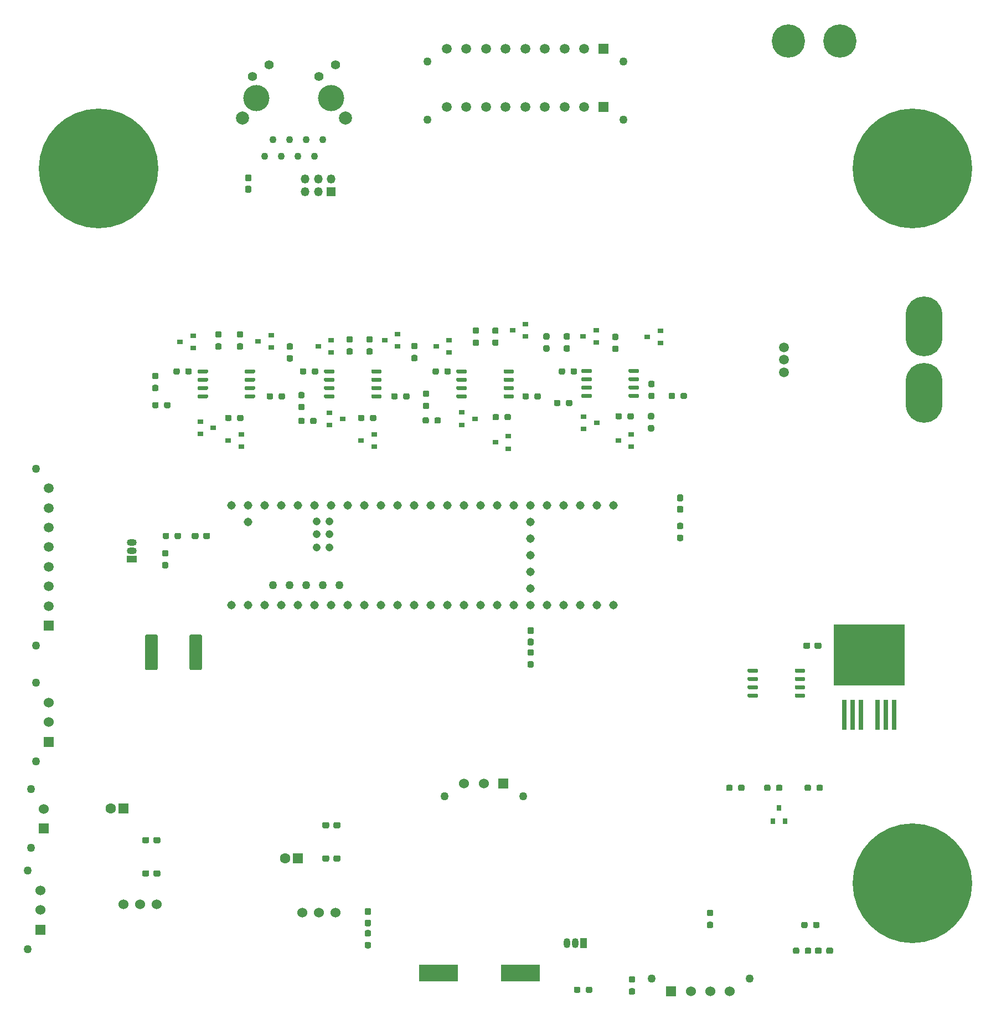
<source format=gbr>
%TF.GenerationSoftware,KiCad,Pcbnew,(5.1.10)-1*%
%TF.CreationDate,2021-12-10T12:48:03-06:00*%
%TF.ProjectId,BMS_2022_Rev1,424d535f-3230-4323-925f-526576312e6b,rev?*%
%TF.SameCoordinates,Original*%
%TF.FileFunction,Soldermask,Top*%
%TF.FilePolarity,Negative*%
%FSLAX46Y46*%
G04 Gerber Fmt 4.6, Leading zero omitted, Abs format (unit mm)*
G04 Created by KiCad (PCBNEW (5.1.10)-1) date 2021-12-10 12:48:03*
%MOMM*%
%LPD*%
G01*
G04 APERTURE LIST*
%ADD10R,1.530000X1.530000*%
%ADD11C,1.530000*%
%ADD12C,1.270000*%
%ADD13C,1.100000*%
%ADD14C,4.000000*%
%ADD15C,1.400000*%
%ADD16C,2.000000*%
%ADD17C,1.520000*%
%ADD18R,1.520000X1.520000*%
%ADD19C,1.308000*%
%ADD20C,1.258000*%
%ADD21C,1.208000*%
%ADD22R,0.800000X0.900000*%
%ADD23C,18.288000*%
%ADD24O,5.588000X9.144000*%
%ADD25C,1.501140*%
%ADD26C,1.524000*%
%ADD27R,10.800000X9.400000*%
%ADD28R,0.800000X4.600000*%
%ADD29R,1.050000X1.500000*%
%ADD30O,1.050000X1.500000*%
%ADD31O,1.350000X1.350000*%
%ADD32R,1.350000X1.350000*%
%ADD33R,6.000000X2.500000*%
%ADD34R,0.900000X0.800000*%
%ADD35O,1.500000X1.050000*%
%ADD36R,1.500000X1.050000*%
%ADD37C,1.600000*%
%ADD38R,1.600000X1.600000*%
%ADD39C,5.080000*%
G04 APERTURE END LIST*
D10*
%TO.C,SW2*%
X35560000Y-134569200D03*
D11*
X35560000Y-131572000D03*
D12*
X33604200Y-137566400D03*
X33604200Y-125577600D03*
D11*
X35560000Y-128574800D03*
%TD*%
D10*
%TO.C,Conn5*%
X34798000Y-147802600D03*
D11*
X34798000Y-144805400D03*
D12*
X32842200Y-150799800D03*
X32842200Y-141808200D03*
%TD*%
%TO.C,U6*%
G36*
G01*
X58294000Y-78128000D02*
X58294000Y-77828000D01*
G75*
G02*
X58444000Y-77678000I150000J0D01*
G01*
X59744000Y-77678000D01*
G75*
G02*
X59894000Y-77828000I0J-150000D01*
G01*
X59894000Y-78128000D01*
G75*
G02*
X59744000Y-78278000I-150000J0D01*
G01*
X58444000Y-78278000D01*
G75*
G02*
X58294000Y-78128000I0J150000D01*
G01*
G37*
G36*
G01*
X58294000Y-79398000D02*
X58294000Y-79098000D01*
G75*
G02*
X58444000Y-78948000I150000J0D01*
G01*
X59744000Y-78948000D01*
G75*
G02*
X59894000Y-79098000I0J-150000D01*
G01*
X59894000Y-79398000D01*
G75*
G02*
X59744000Y-79548000I-150000J0D01*
G01*
X58444000Y-79548000D01*
G75*
G02*
X58294000Y-79398000I0J150000D01*
G01*
G37*
G36*
G01*
X58294000Y-80668000D02*
X58294000Y-80368000D01*
G75*
G02*
X58444000Y-80218000I150000J0D01*
G01*
X59744000Y-80218000D01*
G75*
G02*
X59894000Y-80368000I0J-150000D01*
G01*
X59894000Y-80668000D01*
G75*
G02*
X59744000Y-80818000I-150000J0D01*
G01*
X58444000Y-80818000D01*
G75*
G02*
X58294000Y-80668000I0J150000D01*
G01*
G37*
G36*
G01*
X58294000Y-81938000D02*
X58294000Y-81638000D01*
G75*
G02*
X58444000Y-81488000I150000J0D01*
G01*
X59744000Y-81488000D01*
G75*
G02*
X59894000Y-81638000I0J-150000D01*
G01*
X59894000Y-81938000D01*
G75*
G02*
X59744000Y-82088000I-150000J0D01*
G01*
X58444000Y-82088000D01*
G75*
G02*
X58294000Y-81938000I0J150000D01*
G01*
G37*
G36*
G01*
X65494000Y-81938000D02*
X65494000Y-81638000D01*
G75*
G02*
X65644000Y-81488000I150000J0D01*
G01*
X66944000Y-81488000D01*
G75*
G02*
X67094000Y-81638000I0J-150000D01*
G01*
X67094000Y-81938000D01*
G75*
G02*
X66944000Y-82088000I-150000J0D01*
G01*
X65644000Y-82088000D01*
G75*
G02*
X65494000Y-81938000I0J150000D01*
G01*
G37*
G36*
G01*
X65494000Y-80668000D02*
X65494000Y-80368000D01*
G75*
G02*
X65644000Y-80218000I150000J0D01*
G01*
X66944000Y-80218000D01*
G75*
G02*
X67094000Y-80368000I0J-150000D01*
G01*
X67094000Y-80668000D01*
G75*
G02*
X66944000Y-80818000I-150000J0D01*
G01*
X65644000Y-80818000D01*
G75*
G02*
X65494000Y-80668000I0J150000D01*
G01*
G37*
G36*
G01*
X65494000Y-79398000D02*
X65494000Y-79098000D01*
G75*
G02*
X65644000Y-78948000I150000J0D01*
G01*
X66944000Y-78948000D01*
G75*
G02*
X67094000Y-79098000I0J-150000D01*
G01*
X67094000Y-79398000D01*
G75*
G02*
X66944000Y-79548000I-150000J0D01*
G01*
X65644000Y-79548000D01*
G75*
G02*
X65494000Y-79398000I0J150000D01*
G01*
G37*
G36*
G01*
X65494000Y-78128000D02*
X65494000Y-77828000D01*
G75*
G02*
X65644000Y-77678000I150000J0D01*
G01*
X66944000Y-77678000D01*
G75*
G02*
X67094000Y-77828000I0J-150000D01*
G01*
X67094000Y-78128000D01*
G75*
G02*
X66944000Y-78278000I-150000J0D01*
G01*
X65644000Y-78278000D01*
G75*
G02*
X65494000Y-78128000I0J150000D01*
G01*
G37*
%TD*%
D13*
%TO.C,J4*%
X68580000Y-45131000D03*
X71120000Y-45131000D03*
X73660000Y-45131000D03*
X76200000Y-45131000D03*
X69850000Y-42591000D03*
X72390000Y-42591000D03*
X74930000Y-42591000D03*
X77470000Y-42591000D03*
D14*
X67310000Y-36241000D03*
X78740000Y-36241000D03*
D15*
X69240000Y-31161000D03*
X76810000Y-32951000D03*
X66700000Y-32951000D03*
X79350000Y-31161000D03*
D16*
X80900000Y-39291000D03*
X65150000Y-39291000D03*
%TD*%
D12*
%TO.C,Conn3*%
X93396060Y-30662000D03*
X123395999Y-30662000D03*
D17*
X96396007Y-28702000D03*
X99396006Y-28702000D03*
X102396006Y-28702000D03*
X105396005Y-28702000D03*
X108396004Y-28702000D03*
X111396003Y-28702000D03*
X114396002Y-28702000D03*
X117396001Y-28702000D03*
D18*
X120396000Y-28702000D03*
%TD*%
D12*
%TO.C,Conn2*%
X93396060Y-39552000D03*
X123395999Y-39552000D03*
D17*
X96396007Y-37592000D03*
X99396006Y-37592000D03*
X102396006Y-37592000D03*
X105396005Y-37592000D03*
X108396004Y-37592000D03*
X111396003Y-37592000D03*
X114396002Y-37592000D03*
X117396001Y-37592000D03*
D18*
X120396000Y-37592000D03*
%TD*%
%TO.C,C8*%
G36*
G01*
X65802500Y-47876000D02*
X66277500Y-47876000D01*
G75*
G02*
X66515000Y-48113500I0J-237500D01*
G01*
X66515000Y-48713500D01*
G75*
G02*
X66277500Y-48951000I-237500J0D01*
G01*
X65802500Y-48951000D01*
G75*
G02*
X65565000Y-48713500I0J237500D01*
G01*
X65565000Y-48113500D01*
G75*
G02*
X65802500Y-47876000I237500J0D01*
G01*
G37*
G36*
G01*
X65802500Y-49601000D02*
X66277500Y-49601000D01*
G75*
G02*
X66515000Y-49838500I0J-237500D01*
G01*
X66515000Y-50438500D01*
G75*
G02*
X66277500Y-50676000I-237500J0D01*
G01*
X65802500Y-50676000D01*
G75*
G02*
X65565000Y-50438500I0J237500D01*
G01*
X65565000Y-49838500D01*
G75*
G02*
X65802500Y-49601000I237500J0D01*
G01*
G37*
%TD*%
D11*
%TO.C,J2*%
X34290000Y-157276800D03*
D12*
X32334200Y-154279600D03*
X32334200Y-166268400D03*
D11*
X34290000Y-160274000D03*
D10*
X34290000Y-163271200D03*
%TD*%
D19*
%TO.C,U1*%
X101600000Y-98425000D03*
X104140000Y-98425000D03*
X106680000Y-98425000D03*
X109220000Y-98425000D03*
X111760000Y-98425000D03*
X114300000Y-98425000D03*
X116840000Y-98425000D03*
X119380000Y-98425000D03*
X121920000Y-98425000D03*
X121920000Y-113665000D03*
X119380000Y-113665000D03*
X116840000Y-113665000D03*
X114300000Y-113665000D03*
X111760000Y-113665000D03*
X109220000Y-113665000D03*
X106680000Y-113665000D03*
X104140000Y-113665000D03*
X101600000Y-113665000D03*
X63500000Y-98425000D03*
X66040000Y-98425000D03*
X68580000Y-98425000D03*
X71120000Y-98425000D03*
X73660000Y-98425000D03*
X76200000Y-98425000D03*
X78740000Y-98425000D03*
X81280000Y-98425000D03*
X83820000Y-98425000D03*
X86360000Y-98425000D03*
X88900000Y-98425000D03*
X91440000Y-98425000D03*
X93980000Y-98425000D03*
X96520000Y-98425000D03*
X99060000Y-113665000D03*
X96520000Y-113665000D03*
X93980000Y-113665000D03*
X91440000Y-113665000D03*
X88900000Y-113665000D03*
X86360000Y-113665000D03*
X83820000Y-113665000D03*
X81280000Y-113665000D03*
X78740000Y-113665000D03*
X76200000Y-113665000D03*
X73660000Y-113665000D03*
X71120000Y-113665000D03*
X68580000Y-113665000D03*
D20*
X80010000Y-110615000D03*
X77470000Y-110615000D03*
X74930000Y-110615000D03*
X72390000Y-110615000D03*
X69850000Y-110615000D03*
D21*
X76470000Y-104875000D03*
X76470000Y-102875000D03*
X78470000Y-104875000D03*
X78470000Y-102875000D03*
X76470000Y-100875000D03*
X78470000Y-100875000D03*
D19*
X99060000Y-98425000D03*
X109220000Y-103505000D03*
X66040000Y-100965000D03*
X109220000Y-100965000D03*
X109220000Y-106045000D03*
X109220000Y-108585000D03*
X109220000Y-111125000D03*
X66040000Y-113665000D03*
X63500000Y-113665000D03*
%TD*%
D22*
%TO.C,D3*%
X147193000Y-144716500D03*
X148143000Y-146716500D03*
X146243000Y-146716500D03*
%TD*%
D23*
%TO.C,V3*%
X167640000Y-156210000D03*
%TD*%
%TO.C,R10*%
G36*
G01*
X152085500Y-141367500D02*
X152085500Y-141842500D01*
G75*
G02*
X151848000Y-142080000I-237500J0D01*
G01*
X151348000Y-142080000D01*
G75*
G02*
X151110500Y-141842500I0J237500D01*
G01*
X151110500Y-141367500D01*
G75*
G02*
X151348000Y-141130000I237500J0D01*
G01*
X151848000Y-141130000D01*
G75*
G02*
X152085500Y-141367500I0J-237500D01*
G01*
G37*
G36*
G01*
X153910500Y-141367500D02*
X153910500Y-141842500D01*
G75*
G02*
X153673000Y-142080000I-237500J0D01*
G01*
X153173000Y-142080000D01*
G75*
G02*
X152935500Y-141842500I0J237500D01*
G01*
X152935500Y-141367500D01*
G75*
G02*
X153173000Y-141130000I237500J0D01*
G01*
X153673000Y-141130000D01*
G75*
G02*
X153910500Y-141367500I0J-237500D01*
G01*
G37*
%TD*%
%TO.C,C4*%
G36*
G01*
X78415000Y-147082500D02*
X78415000Y-147557500D01*
G75*
G02*
X78177500Y-147795000I-237500J0D01*
G01*
X77577500Y-147795000D01*
G75*
G02*
X77340000Y-147557500I0J237500D01*
G01*
X77340000Y-147082500D01*
G75*
G02*
X77577500Y-146845000I237500J0D01*
G01*
X78177500Y-146845000D01*
G75*
G02*
X78415000Y-147082500I0J-237500D01*
G01*
G37*
G36*
G01*
X80140000Y-147082500D02*
X80140000Y-147557500D01*
G75*
G02*
X79902500Y-147795000I-237500J0D01*
G01*
X79302500Y-147795000D01*
G75*
G02*
X79065000Y-147557500I0J237500D01*
G01*
X79065000Y-147082500D01*
G75*
G02*
X79302500Y-146845000I237500J0D01*
G01*
X79902500Y-146845000D01*
G75*
G02*
X80140000Y-147082500I0J-237500D01*
G01*
G37*
%TD*%
%TO.C,F1*%
G36*
G01*
X57035000Y-123379001D02*
X57035000Y-118428999D01*
G75*
G02*
X57284999Y-118179000I249999J0D01*
G01*
X58710001Y-118179000D01*
G75*
G02*
X58960000Y-118428999I0J-249999D01*
G01*
X58960000Y-123379001D01*
G75*
G02*
X58710001Y-123629000I-249999J0D01*
G01*
X57284999Y-123629000D01*
G75*
G02*
X57035000Y-123379001I0J249999D01*
G01*
G37*
G36*
G01*
X50260000Y-123379001D02*
X50260000Y-118428999D01*
G75*
G02*
X50509999Y-118179000I249999J0D01*
G01*
X51935001Y-118179000D01*
G75*
G02*
X52185000Y-118428999I0J-249999D01*
G01*
X52185000Y-123379001D01*
G75*
G02*
X51935001Y-123629000I-249999J0D01*
G01*
X50509999Y-123629000D01*
G75*
G02*
X50260000Y-123379001I0J249999D01*
G01*
G37*
%TD*%
%TO.C,V2*%
X167640000Y-46990000D03*
%TD*%
%TO.C,V1*%
X43180000Y-46990000D03*
%TD*%
D24*
%TO.C,U5*%
X169418000Y-81280000D03*
X169418000Y-71120000D03*
D25*
X147921980Y-76200000D03*
X147921980Y-74289920D03*
X147921980Y-78110080D03*
%TD*%
D26*
%TO.C,U4*%
X79375000Y-160655000D03*
X76835000Y-160655000D03*
X74295000Y-160655000D03*
%TD*%
%TO.C,U3*%
G36*
G01*
X149612000Y-123848000D02*
X149612000Y-123548000D01*
G75*
G02*
X149762000Y-123398000I150000J0D01*
G01*
X151062000Y-123398000D01*
G75*
G02*
X151212000Y-123548000I0J-150000D01*
G01*
X151212000Y-123848000D01*
G75*
G02*
X151062000Y-123998000I-150000J0D01*
G01*
X149762000Y-123998000D01*
G75*
G02*
X149612000Y-123848000I0J150000D01*
G01*
G37*
G36*
G01*
X149612000Y-125118000D02*
X149612000Y-124818000D01*
G75*
G02*
X149762000Y-124668000I150000J0D01*
G01*
X151062000Y-124668000D01*
G75*
G02*
X151212000Y-124818000I0J-150000D01*
G01*
X151212000Y-125118000D01*
G75*
G02*
X151062000Y-125268000I-150000J0D01*
G01*
X149762000Y-125268000D01*
G75*
G02*
X149612000Y-125118000I0J150000D01*
G01*
G37*
G36*
G01*
X149612000Y-126388000D02*
X149612000Y-126088000D01*
G75*
G02*
X149762000Y-125938000I150000J0D01*
G01*
X151062000Y-125938000D01*
G75*
G02*
X151212000Y-126088000I0J-150000D01*
G01*
X151212000Y-126388000D01*
G75*
G02*
X151062000Y-126538000I-150000J0D01*
G01*
X149762000Y-126538000D01*
G75*
G02*
X149612000Y-126388000I0J150000D01*
G01*
G37*
G36*
G01*
X149612000Y-127658000D02*
X149612000Y-127358000D01*
G75*
G02*
X149762000Y-127208000I150000J0D01*
G01*
X151062000Y-127208000D01*
G75*
G02*
X151212000Y-127358000I0J-150000D01*
G01*
X151212000Y-127658000D01*
G75*
G02*
X151062000Y-127808000I-150000J0D01*
G01*
X149762000Y-127808000D01*
G75*
G02*
X149612000Y-127658000I0J150000D01*
G01*
G37*
G36*
G01*
X142412000Y-127658000D02*
X142412000Y-127358000D01*
G75*
G02*
X142562000Y-127208000I150000J0D01*
G01*
X143862000Y-127208000D01*
G75*
G02*
X144012000Y-127358000I0J-150000D01*
G01*
X144012000Y-127658000D01*
G75*
G02*
X143862000Y-127808000I-150000J0D01*
G01*
X142562000Y-127808000D01*
G75*
G02*
X142412000Y-127658000I0J150000D01*
G01*
G37*
G36*
G01*
X142412000Y-126388000D02*
X142412000Y-126088000D01*
G75*
G02*
X142562000Y-125938000I150000J0D01*
G01*
X143862000Y-125938000D01*
G75*
G02*
X144012000Y-126088000I0J-150000D01*
G01*
X144012000Y-126388000D01*
G75*
G02*
X143862000Y-126538000I-150000J0D01*
G01*
X142562000Y-126538000D01*
G75*
G02*
X142412000Y-126388000I0J150000D01*
G01*
G37*
G36*
G01*
X142412000Y-125118000D02*
X142412000Y-124818000D01*
G75*
G02*
X142562000Y-124668000I150000J0D01*
G01*
X143862000Y-124668000D01*
G75*
G02*
X144012000Y-124818000I0J-150000D01*
G01*
X144012000Y-125118000D01*
G75*
G02*
X143862000Y-125268000I-150000J0D01*
G01*
X142562000Y-125268000D01*
G75*
G02*
X142412000Y-125118000I0J150000D01*
G01*
G37*
G36*
G01*
X142412000Y-123848000D02*
X142412000Y-123548000D01*
G75*
G02*
X142562000Y-123398000I150000J0D01*
G01*
X143862000Y-123398000D01*
G75*
G02*
X144012000Y-123548000I0J-150000D01*
G01*
X144012000Y-123848000D01*
G75*
G02*
X143862000Y-123998000I-150000J0D01*
G01*
X142562000Y-123998000D01*
G75*
G02*
X142412000Y-123848000I0J150000D01*
G01*
G37*
%TD*%
%TO.C,U2*%
X52070000Y-159385000D03*
X49530000Y-159385000D03*
X46990000Y-159385000D03*
%TD*%
%TO.C,R16*%
G36*
G01*
X140100500Y-141367500D02*
X140100500Y-141842500D01*
G75*
G02*
X139863000Y-142080000I-237500J0D01*
G01*
X139363000Y-142080000D01*
G75*
G02*
X139125500Y-141842500I0J237500D01*
G01*
X139125500Y-141367500D01*
G75*
G02*
X139363000Y-141130000I237500J0D01*
G01*
X139863000Y-141130000D01*
G75*
G02*
X140100500Y-141367500I0J-237500D01*
G01*
G37*
G36*
G01*
X141925500Y-141367500D02*
X141925500Y-141842500D01*
G75*
G02*
X141688000Y-142080000I-237500J0D01*
G01*
X141188000Y-142080000D01*
G75*
G02*
X140950500Y-141842500I0J237500D01*
G01*
X140950500Y-141367500D01*
G75*
G02*
X141188000Y-141130000I237500J0D01*
G01*
X141688000Y-141130000D01*
G75*
G02*
X141925500Y-141367500I0J-237500D01*
G01*
G37*
%TD*%
%TO.C,R15*%
G36*
G01*
X150300500Y-166259500D02*
X150300500Y-166734500D01*
G75*
G02*
X150063000Y-166972000I-237500J0D01*
G01*
X149563000Y-166972000D01*
G75*
G02*
X149325500Y-166734500I0J237500D01*
G01*
X149325500Y-166259500D01*
G75*
G02*
X149563000Y-166022000I237500J0D01*
G01*
X150063000Y-166022000D01*
G75*
G02*
X150300500Y-166259500I0J-237500D01*
G01*
G37*
G36*
G01*
X152125500Y-166259500D02*
X152125500Y-166734500D01*
G75*
G02*
X151888000Y-166972000I-237500J0D01*
G01*
X151388000Y-166972000D01*
G75*
G02*
X151150500Y-166734500I0J237500D01*
G01*
X151150500Y-166259500D01*
G75*
G02*
X151388000Y-166022000I237500J0D01*
G01*
X151888000Y-166022000D01*
G75*
G02*
X152125500Y-166259500I0J-237500D01*
G01*
G37*
%TD*%
%TO.C,R14*%
G36*
G01*
X131842500Y-102937500D02*
X132317500Y-102937500D01*
G75*
G02*
X132555000Y-103175000I0J-237500D01*
G01*
X132555000Y-103675000D01*
G75*
G02*
X132317500Y-103912500I-237500J0D01*
G01*
X131842500Y-103912500D01*
G75*
G02*
X131605000Y-103675000I0J237500D01*
G01*
X131605000Y-103175000D01*
G75*
G02*
X131842500Y-102937500I237500J0D01*
G01*
G37*
G36*
G01*
X131842500Y-101112500D02*
X132317500Y-101112500D01*
G75*
G02*
X132555000Y-101350000I0J-237500D01*
G01*
X132555000Y-101850000D01*
G75*
G02*
X132317500Y-102087500I-237500J0D01*
G01*
X131842500Y-102087500D01*
G75*
G02*
X131605000Y-101850000I0J237500D01*
G01*
X131605000Y-101350000D01*
G75*
G02*
X131842500Y-101112500I237500J0D01*
G01*
G37*
%TD*%
%TO.C,R13*%
G36*
G01*
X108982500Y-122258000D02*
X109457500Y-122258000D01*
G75*
G02*
X109695000Y-122495500I0J-237500D01*
G01*
X109695000Y-122995500D01*
G75*
G02*
X109457500Y-123233000I-237500J0D01*
G01*
X108982500Y-123233000D01*
G75*
G02*
X108745000Y-122995500I0J237500D01*
G01*
X108745000Y-122495500D01*
G75*
G02*
X108982500Y-122258000I237500J0D01*
G01*
G37*
G36*
G01*
X108982500Y-120433000D02*
X109457500Y-120433000D01*
G75*
G02*
X109695000Y-120670500I0J-237500D01*
G01*
X109695000Y-121170500D01*
G75*
G02*
X109457500Y-121408000I-237500J0D01*
G01*
X108982500Y-121408000D01*
G75*
G02*
X108745000Y-121170500I0J237500D01*
G01*
X108745000Y-120670500D01*
G75*
G02*
X108982500Y-120433000I237500J0D01*
G01*
G37*
%TD*%
%TO.C,R12*%
G36*
G01*
X84090500Y-165167500D02*
X84565500Y-165167500D01*
G75*
G02*
X84803000Y-165405000I0J-237500D01*
G01*
X84803000Y-165905000D01*
G75*
G02*
X84565500Y-166142500I-237500J0D01*
G01*
X84090500Y-166142500D01*
G75*
G02*
X83853000Y-165905000I0J237500D01*
G01*
X83853000Y-165405000D01*
G75*
G02*
X84090500Y-165167500I237500J0D01*
G01*
G37*
G36*
G01*
X84090500Y-163342500D02*
X84565500Y-163342500D01*
G75*
G02*
X84803000Y-163580000I0J-237500D01*
G01*
X84803000Y-164080000D01*
G75*
G02*
X84565500Y-164317500I-237500J0D01*
G01*
X84090500Y-164317500D01*
G75*
G02*
X83853000Y-164080000I0J237500D01*
G01*
X83853000Y-163580000D01*
G75*
G02*
X84090500Y-163342500I237500J0D01*
G01*
G37*
%TD*%
%TO.C,R11*%
G36*
G01*
X145895500Y-141367500D02*
X145895500Y-141842500D01*
G75*
G02*
X145658000Y-142080000I-237500J0D01*
G01*
X145158000Y-142080000D01*
G75*
G02*
X144920500Y-141842500I0J237500D01*
G01*
X144920500Y-141367500D01*
G75*
G02*
X145158000Y-141130000I237500J0D01*
G01*
X145658000Y-141130000D01*
G75*
G02*
X145895500Y-141367500I0J-237500D01*
G01*
G37*
G36*
G01*
X147720500Y-141367500D02*
X147720500Y-141842500D01*
G75*
G02*
X147483000Y-142080000I-237500J0D01*
G01*
X146983000Y-142080000D01*
G75*
G02*
X146745500Y-141842500I0J237500D01*
G01*
X146745500Y-141367500D01*
G75*
G02*
X146983000Y-141130000I237500J0D01*
G01*
X147483000Y-141130000D01*
G75*
G02*
X147720500Y-141367500I0J-237500D01*
G01*
G37*
%TD*%
%TO.C,R5*%
G36*
G01*
X117669500Y-172703500D02*
X117669500Y-172228500D01*
G75*
G02*
X117907000Y-171991000I237500J0D01*
G01*
X118407000Y-171991000D01*
G75*
G02*
X118644500Y-172228500I0J-237500D01*
G01*
X118644500Y-172703500D01*
G75*
G02*
X118407000Y-172941000I-237500J0D01*
G01*
X117907000Y-172941000D01*
G75*
G02*
X117669500Y-172703500I0J237500D01*
G01*
G37*
G36*
G01*
X115844500Y-172703500D02*
X115844500Y-172228500D01*
G75*
G02*
X116082000Y-171991000I237500J0D01*
G01*
X116582000Y-171991000D01*
G75*
G02*
X116819500Y-172228500I0J-237500D01*
G01*
X116819500Y-172703500D01*
G75*
G02*
X116582000Y-172941000I-237500J0D01*
G01*
X116082000Y-172941000D01*
G75*
G02*
X115844500Y-172703500I0J237500D01*
G01*
G37*
%TD*%
%TO.C,R4*%
G36*
G01*
X136889500Y-161222500D02*
X136414500Y-161222500D01*
G75*
G02*
X136177000Y-160985000I0J237500D01*
G01*
X136177000Y-160485000D01*
G75*
G02*
X136414500Y-160247500I237500J0D01*
G01*
X136889500Y-160247500D01*
G75*
G02*
X137127000Y-160485000I0J-237500D01*
G01*
X137127000Y-160985000D01*
G75*
G02*
X136889500Y-161222500I-237500J0D01*
G01*
G37*
G36*
G01*
X136889500Y-163047500D02*
X136414500Y-163047500D01*
G75*
G02*
X136177000Y-162810000I0J237500D01*
G01*
X136177000Y-162310000D01*
G75*
G02*
X136414500Y-162072500I237500J0D01*
G01*
X136889500Y-162072500D01*
G75*
G02*
X137127000Y-162310000I0J-237500D01*
G01*
X137127000Y-162810000D01*
G75*
G02*
X136889500Y-163047500I-237500J0D01*
G01*
G37*
%TD*%
%TO.C,R2*%
G36*
G01*
X152420500Y-162797500D02*
X152420500Y-162322500D01*
G75*
G02*
X152658000Y-162085000I237500J0D01*
G01*
X153158000Y-162085000D01*
G75*
G02*
X153395500Y-162322500I0J-237500D01*
G01*
X153395500Y-162797500D01*
G75*
G02*
X153158000Y-163035000I-237500J0D01*
G01*
X152658000Y-163035000D01*
G75*
G02*
X152420500Y-162797500I0J237500D01*
G01*
G37*
G36*
G01*
X150595500Y-162797500D02*
X150595500Y-162322500D01*
G75*
G02*
X150833000Y-162085000I237500J0D01*
G01*
X151333000Y-162085000D01*
G75*
G02*
X151570500Y-162322500I0J-237500D01*
G01*
X151570500Y-162797500D01*
G75*
G02*
X151333000Y-163035000I-237500J0D01*
G01*
X150833000Y-163035000D01*
G75*
G02*
X150595500Y-162797500I0J237500D01*
G01*
G37*
%TD*%
%TO.C,R1*%
G36*
G01*
X124951500Y-171382500D02*
X124476500Y-171382500D01*
G75*
G02*
X124239000Y-171145000I0J237500D01*
G01*
X124239000Y-170645000D01*
G75*
G02*
X124476500Y-170407500I237500J0D01*
G01*
X124951500Y-170407500D01*
G75*
G02*
X125189000Y-170645000I0J-237500D01*
G01*
X125189000Y-171145000D01*
G75*
G02*
X124951500Y-171382500I-237500J0D01*
G01*
G37*
G36*
G01*
X124951500Y-173207500D02*
X124476500Y-173207500D01*
G75*
G02*
X124239000Y-172970000I0J237500D01*
G01*
X124239000Y-172470000D01*
G75*
G02*
X124476500Y-172232500I237500J0D01*
G01*
X124951500Y-172232500D01*
G75*
G02*
X125189000Y-172470000I0J-237500D01*
G01*
X125189000Y-172970000D01*
G75*
G02*
X124951500Y-173207500I-237500J0D01*
G01*
G37*
%TD*%
D27*
%TO.C,Q4*%
X161036000Y-121339000D03*
D28*
X164846000Y-130489000D03*
X163576000Y-130489000D03*
X162306000Y-130489000D03*
X159766000Y-130489000D03*
X158496000Y-130489000D03*
X157226000Y-130489000D03*
%TD*%
D29*
%TO.C,Q1*%
X117348000Y-165354000D03*
D30*
X114808000Y-165354000D03*
X116078000Y-165354000D03*
%TD*%
D31*
%TO.C,J5*%
X74740000Y-48546000D03*
X74740000Y-50546000D03*
X76740000Y-48546000D03*
X76740000Y-50546000D03*
X78740000Y-48546000D03*
D32*
X78740000Y-50546000D03*
%TD*%
D11*
%TO.C,J3*%
X139700000Y-172720000D03*
X136702800Y-172720000D03*
D12*
X142709900Y-170764200D03*
X127698500Y-170764200D03*
D11*
X133705600Y-172720000D03*
D10*
X130708400Y-172720000D03*
%TD*%
D11*
%TO.C,J1*%
X99060000Y-140970000D03*
D12*
X96062800Y-142925800D03*
X108051600Y-142925800D03*
D11*
X102057200Y-140970000D03*
D10*
X105054400Y-140970000D03*
%TD*%
D18*
%TO.C,Conn1*%
X35560000Y-116840000D03*
D17*
X35560000Y-113840001D03*
X35560000Y-110840002D03*
X35560000Y-107840003D03*
X35560000Y-104840004D03*
X35560000Y-101840005D03*
X35560000Y-98840006D03*
X35560000Y-95840006D03*
D12*
X33600000Y-119839999D03*
X33600000Y-92840053D03*
%TD*%
%TO.C,C7*%
G36*
G01*
X50882500Y-154448500D02*
X50882500Y-154923500D01*
G75*
G02*
X50645000Y-155161000I-237500J0D01*
G01*
X50045000Y-155161000D01*
G75*
G02*
X49807500Y-154923500I0J237500D01*
G01*
X49807500Y-154448500D01*
G75*
G02*
X50045000Y-154211000I237500J0D01*
G01*
X50645000Y-154211000D01*
G75*
G02*
X50882500Y-154448500I0J-237500D01*
G01*
G37*
G36*
G01*
X52607500Y-154448500D02*
X52607500Y-154923500D01*
G75*
G02*
X52370000Y-155161000I-237500J0D01*
G01*
X51770000Y-155161000D01*
G75*
G02*
X51532500Y-154923500I0J237500D01*
G01*
X51532500Y-154448500D01*
G75*
G02*
X51770000Y-154211000I237500J0D01*
G01*
X52370000Y-154211000D01*
G75*
G02*
X52607500Y-154448500I0J-237500D01*
G01*
G37*
%TD*%
%TO.C,C6*%
G36*
G01*
X50882500Y-149368500D02*
X50882500Y-149843500D01*
G75*
G02*
X50645000Y-150081000I-237500J0D01*
G01*
X50045000Y-150081000D01*
G75*
G02*
X49807500Y-149843500I0J237500D01*
G01*
X49807500Y-149368500D01*
G75*
G02*
X50045000Y-149131000I237500J0D01*
G01*
X50645000Y-149131000D01*
G75*
G02*
X50882500Y-149368500I0J-237500D01*
G01*
G37*
G36*
G01*
X52607500Y-149368500D02*
X52607500Y-149843500D01*
G75*
G02*
X52370000Y-150081000I-237500J0D01*
G01*
X51770000Y-150081000D01*
G75*
G02*
X51532500Y-149843500I0J237500D01*
G01*
X51532500Y-149368500D01*
G75*
G02*
X51770000Y-149131000I237500J0D01*
G01*
X52370000Y-149131000D01*
G75*
G02*
X52607500Y-149368500I0J-237500D01*
G01*
G37*
%TD*%
%TO.C,C3*%
G36*
G01*
X78415000Y-152162500D02*
X78415000Y-152637500D01*
G75*
G02*
X78177500Y-152875000I-237500J0D01*
G01*
X77577500Y-152875000D01*
G75*
G02*
X77340000Y-152637500I0J237500D01*
G01*
X77340000Y-152162500D01*
G75*
G02*
X77577500Y-151925000I237500J0D01*
G01*
X78177500Y-151925000D01*
G75*
G02*
X78415000Y-152162500I0J-237500D01*
G01*
G37*
G36*
G01*
X80140000Y-152162500D02*
X80140000Y-152637500D01*
G75*
G02*
X79902500Y-152875000I-237500J0D01*
G01*
X79302500Y-152875000D01*
G75*
G02*
X79065000Y-152637500I0J237500D01*
G01*
X79065000Y-152162500D01*
G75*
G02*
X79302500Y-151925000I237500J0D01*
G01*
X79902500Y-151925000D01*
G75*
G02*
X80140000Y-152162500I0J-237500D01*
G01*
G37*
%TD*%
%TO.C,C1*%
G36*
G01*
X151974500Y-119650500D02*
X151974500Y-120125500D01*
G75*
G02*
X151737000Y-120363000I-237500J0D01*
G01*
X151137000Y-120363000D01*
G75*
G02*
X150899500Y-120125500I0J237500D01*
G01*
X150899500Y-119650500D01*
G75*
G02*
X151137000Y-119413000I237500J0D01*
G01*
X151737000Y-119413000D01*
G75*
G02*
X151974500Y-119650500I0J-237500D01*
G01*
G37*
G36*
G01*
X153699500Y-119650500D02*
X153699500Y-120125500D01*
G75*
G02*
X153462000Y-120363000I-237500J0D01*
G01*
X152862000Y-120363000D01*
G75*
G02*
X152624500Y-120125500I0J237500D01*
G01*
X152624500Y-119650500D01*
G75*
G02*
X152862000Y-119413000I237500J0D01*
G01*
X153462000Y-119413000D01*
G75*
G02*
X153699500Y-119650500I0J-237500D01*
G01*
G37*
%TD*%
D33*
%TO.C,BZ1*%
X95096000Y-169926000D03*
X107696000Y-169926000D03*
%TD*%
%TO.C,D2*%
G36*
G01*
X57387000Y-103361500D02*
X57387000Y-102886500D01*
G75*
G02*
X57624500Y-102649000I237500J0D01*
G01*
X58199500Y-102649000D01*
G75*
G02*
X58437000Y-102886500I0J-237500D01*
G01*
X58437000Y-103361500D01*
G75*
G02*
X58199500Y-103599000I-237500J0D01*
G01*
X57624500Y-103599000D01*
G75*
G02*
X57387000Y-103361500I0J237500D01*
G01*
G37*
G36*
G01*
X59137000Y-103361500D02*
X59137000Y-102886500D01*
G75*
G02*
X59374500Y-102649000I237500J0D01*
G01*
X59949500Y-102649000D01*
G75*
G02*
X60187000Y-102886500I0J-237500D01*
G01*
X60187000Y-103361500D01*
G75*
G02*
X59949500Y-103599000I-237500J0D01*
G01*
X59374500Y-103599000D01*
G75*
G02*
X59137000Y-103361500I0J237500D01*
G01*
G37*
%TD*%
D34*
%TO.C,D8*%
X55626000Y-73472000D03*
X57626000Y-72522000D03*
X57626000Y-74422000D03*
%TD*%
%TO.C,D9*%
X58706000Y-85664000D03*
X58706000Y-87564000D03*
X60706000Y-86614000D03*
%TD*%
%TO.C,D10*%
X67564000Y-73406000D03*
X69564000Y-72456000D03*
X69564000Y-74356000D03*
%TD*%
%TO.C,D11*%
X64992000Y-89469000D03*
X64992000Y-87569000D03*
X62992000Y-88519000D03*
%TD*%
%TO.C,D12*%
X76724000Y-74168000D03*
X78724000Y-73218000D03*
X78724000Y-75118000D03*
%TD*%
%TO.C,D13*%
X78454500Y-84267000D03*
X78454500Y-86167000D03*
X80454500Y-85217000D03*
%TD*%
%TO.C,D14*%
X88884000Y-74168000D03*
X88884000Y-72268000D03*
X86884000Y-73218000D03*
%TD*%
%TO.C,D15*%
X85312000Y-89469000D03*
X85312000Y-87569000D03*
X83312000Y-88519000D03*
%TD*%
%TO.C,D16*%
X94758000Y-74168000D03*
X96758000Y-73218000D03*
X96758000Y-75118000D03*
%TD*%
%TO.C,D17*%
X98679000Y-84264500D03*
X98679000Y-86164500D03*
X100679000Y-85214500D03*
%TD*%
%TO.C,D18*%
X106458000Y-71691500D03*
X108458000Y-70741500D03*
X108458000Y-72641500D03*
%TD*%
%TO.C,D19*%
X105822500Y-89786500D03*
X105822500Y-87886500D03*
X103822500Y-88836500D03*
%TD*%
%TO.C,D20*%
X119221000Y-73594000D03*
X119221000Y-71694000D03*
X117221000Y-72644000D03*
%TD*%
%TO.C,D21*%
X119316500Y-85852000D03*
X117316500Y-86802000D03*
X117316500Y-84902000D03*
%TD*%
%TO.C,D22*%
X127079500Y-72707500D03*
X129079500Y-71757500D03*
X129079500Y-73657500D03*
%TD*%
%TO.C,D23*%
X122618500Y-88519000D03*
X124618500Y-87569000D03*
X124618500Y-89469000D03*
%TD*%
D35*
%TO.C,Q3*%
X48260000Y-105410000D03*
X48260000Y-104140000D03*
D36*
X48260000Y-106680000D03*
%TD*%
%TO.C,R8*%
G36*
G01*
X53931000Y-102886500D02*
X53931000Y-103361500D01*
G75*
G02*
X53693500Y-103599000I-237500J0D01*
G01*
X53193500Y-103599000D01*
G75*
G02*
X52956000Y-103361500I0J237500D01*
G01*
X52956000Y-102886500D01*
G75*
G02*
X53193500Y-102649000I237500J0D01*
G01*
X53693500Y-102649000D01*
G75*
G02*
X53931000Y-102886500I0J-237500D01*
G01*
G37*
G36*
G01*
X55756000Y-102886500D02*
X55756000Y-103361500D01*
G75*
G02*
X55518500Y-103599000I-237500J0D01*
G01*
X55018500Y-103599000D01*
G75*
G02*
X54781000Y-103361500I0J237500D01*
G01*
X54781000Y-102886500D01*
G75*
G02*
X55018500Y-102649000I237500J0D01*
G01*
X55518500Y-102649000D01*
G75*
G02*
X55756000Y-102886500I0J-237500D01*
G01*
G37*
%TD*%
%TO.C,R9*%
G36*
G01*
X53102500Y-105280000D02*
X53577500Y-105280000D01*
G75*
G02*
X53815000Y-105517500I0J-237500D01*
G01*
X53815000Y-106017500D01*
G75*
G02*
X53577500Y-106255000I-237500J0D01*
G01*
X53102500Y-106255000D01*
G75*
G02*
X52865000Y-106017500I0J237500D01*
G01*
X52865000Y-105517500D01*
G75*
G02*
X53102500Y-105280000I237500J0D01*
G01*
G37*
G36*
G01*
X53102500Y-107105000D02*
X53577500Y-107105000D01*
G75*
G02*
X53815000Y-107342500I0J-237500D01*
G01*
X53815000Y-107842500D01*
G75*
G02*
X53577500Y-108080000I-237500J0D01*
G01*
X53102500Y-108080000D01*
G75*
G02*
X52865000Y-107842500I0J237500D01*
G01*
X52865000Y-107342500D01*
G75*
G02*
X53102500Y-107105000I237500J0D01*
G01*
G37*
%TD*%
%TO.C,R17*%
G36*
G01*
X52320000Y-82900500D02*
X52320000Y-83375500D01*
G75*
G02*
X52082500Y-83613000I-237500J0D01*
G01*
X51582500Y-83613000D01*
G75*
G02*
X51345000Y-83375500I0J237500D01*
G01*
X51345000Y-82900500D01*
G75*
G02*
X51582500Y-82663000I237500J0D01*
G01*
X52082500Y-82663000D01*
G75*
G02*
X52320000Y-82900500I0J-237500D01*
G01*
G37*
G36*
G01*
X54145000Y-82900500D02*
X54145000Y-83375500D01*
G75*
G02*
X53907500Y-83613000I-237500J0D01*
G01*
X53407500Y-83613000D01*
G75*
G02*
X53170000Y-83375500I0J237500D01*
G01*
X53170000Y-82900500D01*
G75*
G02*
X53407500Y-82663000I237500J0D01*
G01*
X53907500Y-82663000D01*
G75*
G02*
X54145000Y-82900500I0J-237500D01*
G01*
G37*
%TD*%
%TO.C,R18*%
G36*
G01*
X52053500Y-79180500D02*
X51578500Y-79180500D01*
G75*
G02*
X51341000Y-78943000I0J237500D01*
G01*
X51341000Y-78443000D01*
G75*
G02*
X51578500Y-78205500I237500J0D01*
G01*
X52053500Y-78205500D01*
G75*
G02*
X52291000Y-78443000I0J-237500D01*
G01*
X52291000Y-78943000D01*
G75*
G02*
X52053500Y-79180500I-237500J0D01*
G01*
G37*
G36*
G01*
X52053500Y-81005500D02*
X51578500Y-81005500D01*
G75*
G02*
X51341000Y-80768000I0J237500D01*
G01*
X51341000Y-80268000D01*
G75*
G02*
X51578500Y-80030500I237500J0D01*
G01*
X52053500Y-80030500D01*
G75*
G02*
X52291000Y-80268000I0J-237500D01*
G01*
X52291000Y-80768000D01*
G75*
G02*
X52053500Y-81005500I-237500J0D01*
G01*
G37*
%TD*%
%TO.C,R19*%
G36*
G01*
X61705500Y-74655500D02*
X61230500Y-74655500D01*
G75*
G02*
X60993000Y-74418000I0J237500D01*
G01*
X60993000Y-73918000D01*
G75*
G02*
X61230500Y-73680500I237500J0D01*
G01*
X61705500Y-73680500D01*
G75*
G02*
X61943000Y-73918000I0J-237500D01*
G01*
X61943000Y-74418000D01*
G75*
G02*
X61705500Y-74655500I-237500J0D01*
G01*
G37*
G36*
G01*
X61705500Y-72830500D02*
X61230500Y-72830500D01*
G75*
G02*
X60993000Y-72593000I0J237500D01*
G01*
X60993000Y-72093000D01*
G75*
G02*
X61230500Y-71855500I237500J0D01*
G01*
X61705500Y-71855500D01*
G75*
G02*
X61943000Y-72093000I0J-237500D01*
G01*
X61943000Y-72593000D01*
G75*
G02*
X61705500Y-72830500I-237500J0D01*
G01*
G37*
%TD*%
%TO.C,R20*%
G36*
G01*
X57383500Y-77740500D02*
X57383500Y-78215500D01*
G75*
G02*
X57146000Y-78453000I-237500J0D01*
G01*
X56646000Y-78453000D01*
G75*
G02*
X56408500Y-78215500I0J237500D01*
G01*
X56408500Y-77740500D01*
G75*
G02*
X56646000Y-77503000I237500J0D01*
G01*
X57146000Y-77503000D01*
G75*
G02*
X57383500Y-77740500I0J-237500D01*
G01*
G37*
G36*
G01*
X55558500Y-77740500D02*
X55558500Y-78215500D01*
G75*
G02*
X55321000Y-78453000I-237500J0D01*
G01*
X54821000Y-78453000D01*
G75*
G02*
X54583500Y-78215500I0J237500D01*
G01*
X54583500Y-77740500D01*
G75*
G02*
X54821000Y-77503000I237500J0D01*
G01*
X55321000Y-77503000D01*
G75*
G02*
X55558500Y-77740500I0J-237500D01*
G01*
G37*
%TD*%
%TO.C,R21*%
G36*
G01*
X71654500Y-81550500D02*
X71654500Y-82025500D01*
G75*
G02*
X71417000Y-82263000I-237500J0D01*
G01*
X70917000Y-82263000D01*
G75*
G02*
X70679500Y-82025500I0J237500D01*
G01*
X70679500Y-81550500D01*
G75*
G02*
X70917000Y-81313000I237500J0D01*
G01*
X71417000Y-81313000D01*
G75*
G02*
X71654500Y-81550500I0J-237500D01*
G01*
G37*
G36*
G01*
X69829500Y-81550500D02*
X69829500Y-82025500D01*
G75*
G02*
X69592000Y-82263000I-237500J0D01*
G01*
X69092000Y-82263000D01*
G75*
G02*
X68854500Y-82025500I0J237500D01*
G01*
X68854500Y-81550500D01*
G75*
G02*
X69092000Y-81313000I237500J0D01*
G01*
X69592000Y-81313000D01*
G75*
G02*
X69829500Y-81550500I0J-237500D01*
G01*
G37*
%TD*%
%TO.C,R22*%
G36*
G01*
X65007500Y-72830500D02*
X64532500Y-72830500D01*
G75*
G02*
X64295000Y-72593000I0J237500D01*
G01*
X64295000Y-72093000D01*
G75*
G02*
X64532500Y-71855500I237500J0D01*
G01*
X65007500Y-71855500D01*
G75*
G02*
X65245000Y-72093000I0J-237500D01*
G01*
X65245000Y-72593000D01*
G75*
G02*
X65007500Y-72830500I-237500J0D01*
G01*
G37*
G36*
G01*
X65007500Y-74655500D02*
X64532500Y-74655500D01*
G75*
G02*
X64295000Y-74418000I0J237500D01*
G01*
X64295000Y-73918000D01*
G75*
G02*
X64532500Y-73680500I237500J0D01*
G01*
X65007500Y-73680500D01*
G75*
G02*
X65245000Y-73918000I0J-237500D01*
G01*
X65245000Y-74418000D01*
G75*
G02*
X65007500Y-74655500I-237500J0D01*
G01*
G37*
%TD*%
%TO.C,R23*%
G36*
G01*
X72627500Y-76480500D02*
X72152500Y-76480500D01*
G75*
G02*
X71915000Y-76243000I0J237500D01*
G01*
X71915000Y-75743000D01*
G75*
G02*
X72152500Y-75505500I237500J0D01*
G01*
X72627500Y-75505500D01*
G75*
G02*
X72865000Y-75743000I0J-237500D01*
G01*
X72865000Y-76243000D01*
G75*
G02*
X72627500Y-76480500I-237500J0D01*
G01*
G37*
G36*
G01*
X72627500Y-74655500D02*
X72152500Y-74655500D01*
G75*
G02*
X71915000Y-74418000I0J237500D01*
G01*
X71915000Y-73918000D01*
G75*
G02*
X72152500Y-73680500I237500J0D01*
G01*
X72627500Y-73680500D01*
G75*
G02*
X72865000Y-73918000I0J-237500D01*
G01*
X72865000Y-74418000D01*
G75*
G02*
X72627500Y-74655500I-237500J0D01*
G01*
G37*
%TD*%
%TO.C,R24*%
G36*
G01*
X64329500Y-85327500D02*
X64329500Y-84852500D01*
G75*
G02*
X64567000Y-84615000I237500J0D01*
G01*
X65067000Y-84615000D01*
G75*
G02*
X65304500Y-84852500I0J-237500D01*
G01*
X65304500Y-85327500D01*
G75*
G02*
X65067000Y-85565000I-237500J0D01*
G01*
X64567000Y-85565000D01*
G75*
G02*
X64329500Y-85327500I0J237500D01*
G01*
G37*
G36*
G01*
X62504500Y-85327500D02*
X62504500Y-84852500D01*
G75*
G02*
X62742000Y-84615000I237500J0D01*
G01*
X63242000Y-84615000D01*
G75*
G02*
X63479500Y-84852500I0J-237500D01*
G01*
X63479500Y-85327500D01*
G75*
G02*
X63242000Y-85565000I-237500J0D01*
G01*
X62742000Y-85565000D01*
G75*
G02*
X62504500Y-85327500I0J237500D01*
G01*
G37*
%TD*%
%TO.C,R25*%
G36*
G01*
X74655500Y-85313500D02*
X74655500Y-85788500D01*
G75*
G02*
X74418000Y-86026000I-237500J0D01*
G01*
X73918000Y-86026000D01*
G75*
G02*
X73680500Y-85788500I0J237500D01*
G01*
X73680500Y-85313500D01*
G75*
G02*
X73918000Y-85076000I237500J0D01*
G01*
X74418000Y-85076000D01*
G75*
G02*
X74655500Y-85313500I0J-237500D01*
G01*
G37*
G36*
G01*
X76480500Y-85313500D02*
X76480500Y-85788500D01*
G75*
G02*
X76243000Y-86026000I-237500J0D01*
G01*
X75743000Y-86026000D01*
G75*
G02*
X75505500Y-85788500I0J237500D01*
G01*
X75505500Y-85313500D01*
G75*
G02*
X75743000Y-85076000I237500J0D01*
G01*
X76243000Y-85076000D01*
G75*
G02*
X76480500Y-85313500I0J-237500D01*
G01*
G37*
%TD*%
%TO.C,R26*%
G36*
G01*
X74405500Y-82101500D02*
X73930500Y-82101500D01*
G75*
G02*
X73693000Y-81864000I0J237500D01*
G01*
X73693000Y-81364000D01*
G75*
G02*
X73930500Y-81126500I237500J0D01*
G01*
X74405500Y-81126500D01*
G75*
G02*
X74643000Y-81364000I0J-237500D01*
G01*
X74643000Y-81864000D01*
G75*
G02*
X74405500Y-82101500I-237500J0D01*
G01*
G37*
G36*
G01*
X74405500Y-83926500D02*
X73930500Y-83926500D01*
G75*
G02*
X73693000Y-83689000I0J237500D01*
G01*
X73693000Y-83189000D01*
G75*
G02*
X73930500Y-82951500I237500J0D01*
G01*
X74405500Y-82951500D01*
G75*
G02*
X74643000Y-83189000I0J-237500D01*
G01*
X74643000Y-83689000D01*
G75*
G02*
X74405500Y-83926500I-237500J0D01*
G01*
G37*
%TD*%
%TO.C,R27*%
G36*
G01*
X81771500Y-75417500D02*
X81296500Y-75417500D01*
G75*
G02*
X81059000Y-75180000I0J237500D01*
G01*
X81059000Y-74680000D01*
G75*
G02*
X81296500Y-74442500I237500J0D01*
G01*
X81771500Y-74442500D01*
G75*
G02*
X82009000Y-74680000I0J-237500D01*
G01*
X82009000Y-75180000D01*
G75*
G02*
X81771500Y-75417500I-237500J0D01*
G01*
G37*
G36*
G01*
X81771500Y-73592500D02*
X81296500Y-73592500D01*
G75*
G02*
X81059000Y-73355000I0J237500D01*
G01*
X81059000Y-72855000D01*
G75*
G02*
X81296500Y-72617500I237500J0D01*
G01*
X81771500Y-72617500D01*
G75*
G02*
X82009000Y-72855000I0J-237500D01*
G01*
X82009000Y-73355000D01*
G75*
G02*
X81771500Y-73592500I-237500J0D01*
G01*
G37*
%TD*%
%TO.C,R28*%
G36*
G01*
X76734500Y-77740500D02*
X76734500Y-78215500D01*
G75*
G02*
X76497000Y-78453000I-237500J0D01*
G01*
X75997000Y-78453000D01*
G75*
G02*
X75759500Y-78215500I0J237500D01*
G01*
X75759500Y-77740500D01*
G75*
G02*
X75997000Y-77503000I237500J0D01*
G01*
X76497000Y-77503000D01*
G75*
G02*
X76734500Y-77740500I0J-237500D01*
G01*
G37*
G36*
G01*
X74909500Y-77740500D02*
X74909500Y-78215500D01*
G75*
G02*
X74672000Y-78453000I-237500J0D01*
G01*
X74172000Y-78453000D01*
G75*
G02*
X73934500Y-78215500I0J237500D01*
G01*
X73934500Y-77740500D01*
G75*
G02*
X74172000Y-77503000I237500J0D01*
G01*
X74672000Y-77503000D01*
G75*
G02*
X74909500Y-77740500I0J-237500D01*
G01*
G37*
%TD*%
%TO.C,R29*%
G36*
G01*
X90704500Y-81550500D02*
X90704500Y-82025500D01*
G75*
G02*
X90467000Y-82263000I-237500J0D01*
G01*
X89967000Y-82263000D01*
G75*
G02*
X89729500Y-82025500I0J237500D01*
G01*
X89729500Y-81550500D01*
G75*
G02*
X89967000Y-81313000I237500J0D01*
G01*
X90467000Y-81313000D01*
G75*
G02*
X90704500Y-81550500I0J-237500D01*
G01*
G37*
G36*
G01*
X88879500Y-81550500D02*
X88879500Y-82025500D01*
G75*
G02*
X88642000Y-82263000I-237500J0D01*
G01*
X88142000Y-82263000D01*
G75*
G02*
X87904500Y-82025500I0J237500D01*
G01*
X87904500Y-81550500D01*
G75*
G02*
X88142000Y-81313000I237500J0D01*
G01*
X88642000Y-81313000D01*
G75*
G02*
X88879500Y-81550500I0J-237500D01*
G01*
G37*
%TD*%
%TO.C,R30*%
G36*
G01*
X84819500Y-73592500D02*
X84344500Y-73592500D01*
G75*
G02*
X84107000Y-73355000I0J237500D01*
G01*
X84107000Y-72855000D01*
G75*
G02*
X84344500Y-72617500I237500J0D01*
G01*
X84819500Y-72617500D01*
G75*
G02*
X85057000Y-72855000I0J-237500D01*
G01*
X85057000Y-73355000D01*
G75*
G02*
X84819500Y-73592500I-237500J0D01*
G01*
G37*
G36*
G01*
X84819500Y-75417500D02*
X84344500Y-75417500D01*
G75*
G02*
X84107000Y-75180000I0J237500D01*
G01*
X84107000Y-74680000D01*
G75*
G02*
X84344500Y-74442500I237500J0D01*
G01*
X84819500Y-74442500D01*
G75*
G02*
X85057000Y-74680000I0J-237500D01*
G01*
X85057000Y-75180000D01*
G75*
G02*
X84819500Y-75417500I-237500J0D01*
G01*
G37*
%TD*%
%TO.C,R31*%
G36*
G01*
X91677500Y-74608500D02*
X91202500Y-74608500D01*
G75*
G02*
X90965000Y-74371000I0J237500D01*
G01*
X90965000Y-73871000D01*
G75*
G02*
X91202500Y-73633500I237500J0D01*
G01*
X91677500Y-73633500D01*
G75*
G02*
X91915000Y-73871000I0J-237500D01*
G01*
X91915000Y-74371000D01*
G75*
G02*
X91677500Y-74608500I-237500J0D01*
G01*
G37*
G36*
G01*
X91677500Y-76433500D02*
X91202500Y-76433500D01*
G75*
G02*
X90965000Y-76196000I0J237500D01*
G01*
X90965000Y-75696000D01*
G75*
G02*
X91202500Y-75458500I237500J0D01*
G01*
X91677500Y-75458500D01*
G75*
G02*
X91915000Y-75696000I0J-237500D01*
G01*
X91915000Y-76196000D01*
G75*
G02*
X91677500Y-76433500I-237500J0D01*
G01*
G37*
%TD*%
%TO.C,R32*%
G36*
G01*
X84649500Y-85327500D02*
X84649500Y-84852500D01*
G75*
G02*
X84887000Y-84615000I237500J0D01*
G01*
X85387000Y-84615000D01*
G75*
G02*
X85624500Y-84852500I0J-237500D01*
G01*
X85624500Y-85327500D01*
G75*
G02*
X85387000Y-85565000I-237500J0D01*
G01*
X84887000Y-85565000D01*
G75*
G02*
X84649500Y-85327500I0J237500D01*
G01*
G37*
G36*
G01*
X82824500Y-85327500D02*
X82824500Y-84852500D01*
G75*
G02*
X83062000Y-84615000I237500J0D01*
G01*
X83562000Y-84615000D01*
G75*
G02*
X83799500Y-84852500I0J-237500D01*
G01*
X83799500Y-85327500D01*
G75*
G02*
X83562000Y-85565000I-237500J0D01*
G01*
X83062000Y-85565000D01*
G75*
G02*
X82824500Y-85327500I0J237500D01*
G01*
G37*
%TD*%
%TO.C,R33*%
G36*
G01*
X93658500Y-85233500D02*
X93658500Y-85708500D01*
G75*
G02*
X93421000Y-85946000I-237500J0D01*
G01*
X92921000Y-85946000D01*
G75*
G02*
X92683500Y-85708500I0J237500D01*
G01*
X92683500Y-85233500D01*
G75*
G02*
X92921000Y-84996000I237500J0D01*
G01*
X93421000Y-84996000D01*
G75*
G02*
X93658500Y-85233500I0J-237500D01*
G01*
G37*
G36*
G01*
X95483500Y-85233500D02*
X95483500Y-85708500D01*
G75*
G02*
X95246000Y-85946000I-237500J0D01*
G01*
X94746000Y-85946000D01*
G75*
G02*
X94508500Y-85708500I0J237500D01*
G01*
X94508500Y-85233500D01*
G75*
G02*
X94746000Y-84996000I237500J0D01*
G01*
X95246000Y-84996000D01*
G75*
G02*
X95483500Y-85233500I0J-237500D01*
G01*
G37*
%TD*%
%TO.C,R34*%
G36*
G01*
X93455500Y-81894500D02*
X92980500Y-81894500D01*
G75*
G02*
X92743000Y-81657000I0J237500D01*
G01*
X92743000Y-81157000D01*
G75*
G02*
X92980500Y-80919500I237500J0D01*
G01*
X93455500Y-80919500D01*
G75*
G02*
X93693000Y-81157000I0J-237500D01*
G01*
X93693000Y-81657000D01*
G75*
G02*
X93455500Y-81894500I-237500J0D01*
G01*
G37*
G36*
G01*
X93455500Y-83719500D02*
X92980500Y-83719500D01*
G75*
G02*
X92743000Y-83482000I0J237500D01*
G01*
X92743000Y-82982000D01*
G75*
G02*
X92980500Y-82744500I237500J0D01*
G01*
X93455500Y-82744500D01*
G75*
G02*
X93693000Y-82982000I0J-237500D01*
G01*
X93693000Y-83482000D01*
G75*
G02*
X93455500Y-83719500I-237500J0D01*
G01*
G37*
%TD*%
%TO.C,R35*%
G36*
G01*
X101075500Y-74067500D02*
X100600500Y-74067500D01*
G75*
G02*
X100363000Y-73830000I0J237500D01*
G01*
X100363000Y-73330000D01*
G75*
G02*
X100600500Y-73092500I237500J0D01*
G01*
X101075500Y-73092500D01*
G75*
G02*
X101313000Y-73330000I0J-237500D01*
G01*
X101313000Y-73830000D01*
G75*
G02*
X101075500Y-74067500I-237500J0D01*
G01*
G37*
G36*
G01*
X101075500Y-72242500D02*
X100600500Y-72242500D01*
G75*
G02*
X100363000Y-72005000I0J237500D01*
G01*
X100363000Y-71505000D01*
G75*
G02*
X100600500Y-71267500I237500J0D01*
G01*
X101075500Y-71267500D01*
G75*
G02*
X101313000Y-71505000I0J-237500D01*
G01*
X101313000Y-72005000D01*
G75*
G02*
X101075500Y-72242500I-237500J0D01*
G01*
G37*
%TD*%
%TO.C,R36*%
G36*
G01*
X97007500Y-77740500D02*
X97007500Y-78215500D01*
G75*
G02*
X96770000Y-78453000I-237500J0D01*
G01*
X96270000Y-78453000D01*
G75*
G02*
X96032500Y-78215500I0J237500D01*
G01*
X96032500Y-77740500D01*
G75*
G02*
X96270000Y-77503000I237500J0D01*
G01*
X96770000Y-77503000D01*
G75*
G02*
X97007500Y-77740500I0J-237500D01*
G01*
G37*
G36*
G01*
X95182500Y-77740500D02*
X95182500Y-78215500D01*
G75*
G02*
X94945000Y-78453000I-237500J0D01*
G01*
X94445000Y-78453000D01*
G75*
G02*
X94207500Y-78215500I0J237500D01*
G01*
X94207500Y-77740500D01*
G75*
G02*
X94445000Y-77503000I237500J0D01*
G01*
X94945000Y-77503000D01*
G75*
G02*
X95182500Y-77740500I0J-237500D01*
G01*
G37*
%TD*%
%TO.C,R37*%
G36*
G01*
X110770500Y-81550500D02*
X110770500Y-82025500D01*
G75*
G02*
X110533000Y-82263000I-237500J0D01*
G01*
X110033000Y-82263000D01*
G75*
G02*
X109795500Y-82025500I0J237500D01*
G01*
X109795500Y-81550500D01*
G75*
G02*
X110033000Y-81313000I237500J0D01*
G01*
X110533000Y-81313000D01*
G75*
G02*
X110770500Y-81550500I0J-237500D01*
G01*
G37*
G36*
G01*
X108945500Y-81550500D02*
X108945500Y-82025500D01*
G75*
G02*
X108708000Y-82263000I-237500J0D01*
G01*
X108208000Y-82263000D01*
G75*
G02*
X107970500Y-82025500I0J237500D01*
G01*
X107970500Y-81550500D01*
G75*
G02*
X108208000Y-81313000I237500J0D01*
G01*
X108708000Y-81313000D01*
G75*
G02*
X108945500Y-81550500I0J-237500D01*
G01*
G37*
%TD*%
%TO.C,R38*%
G36*
G01*
X104060000Y-72242500D02*
X103585000Y-72242500D01*
G75*
G02*
X103347500Y-72005000I0J237500D01*
G01*
X103347500Y-71505000D01*
G75*
G02*
X103585000Y-71267500I237500J0D01*
G01*
X104060000Y-71267500D01*
G75*
G02*
X104297500Y-71505000I0J-237500D01*
G01*
X104297500Y-72005000D01*
G75*
G02*
X104060000Y-72242500I-237500J0D01*
G01*
G37*
G36*
G01*
X104060000Y-74067500D02*
X103585000Y-74067500D01*
G75*
G02*
X103347500Y-73830000I0J237500D01*
G01*
X103347500Y-73330000D01*
G75*
G02*
X103585000Y-73092500I237500J0D01*
G01*
X104060000Y-73092500D01*
G75*
G02*
X104297500Y-73330000I0J-237500D01*
G01*
X104297500Y-73830000D01*
G75*
G02*
X104060000Y-74067500I-237500J0D01*
G01*
G37*
%TD*%
%TO.C,R39*%
G36*
G01*
X111870500Y-74956500D02*
X111395500Y-74956500D01*
G75*
G02*
X111158000Y-74719000I0J237500D01*
G01*
X111158000Y-74219000D01*
G75*
G02*
X111395500Y-73981500I237500J0D01*
G01*
X111870500Y-73981500D01*
G75*
G02*
X112108000Y-74219000I0J-237500D01*
G01*
X112108000Y-74719000D01*
G75*
G02*
X111870500Y-74956500I-237500J0D01*
G01*
G37*
G36*
G01*
X111870500Y-73131500D02*
X111395500Y-73131500D01*
G75*
G02*
X111158000Y-72894000I0J237500D01*
G01*
X111158000Y-72394000D01*
G75*
G02*
X111395500Y-72156500I237500J0D01*
G01*
X111870500Y-72156500D01*
G75*
G02*
X112108000Y-72394000I0J-237500D01*
G01*
X112108000Y-72894000D01*
G75*
G02*
X111870500Y-73131500I-237500J0D01*
G01*
G37*
%TD*%
%TO.C,R40*%
G36*
G01*
X105223500Y-85200500D02*
X105223500Y-84725500D01*
G75*
G02*
X105461000Y-84488000I237500J0D01*
G01*
X105961000Y-84488000D01*
G75*
G02*
X106198500Y-84725500I0J-237500D01*
G01*
X106198500Y-85200500D01*
G75*
G02*
X105961000Y-85438000I-237500J0D01*
G01*
X105461000Y-85438000D01*
G75*
G02*
X105223500Y-85200500I0J237500D01*
G01*
G37*
G36*
G01*
X103398500Y-85200500D02*
X103398500Y-84725500D01*
G75*
G02*
X103636000Y-84488000I237500J0D01*
G01*
X104136000Y-84488000D01*
G75*
G02*
X104373500Y-84725500I0J-237500D01*
G01*
X104373500Y-85200500D01*
G75*
G02*
X104136000Y-85438000I-237500J0D01*
G01*
X103636000Y-85438000D01*
G75*
G02*
X103398500Y-85200500I0J237500D01*
G01*
G37*
%TD*%
%TO.C,R41*%
G36*
G01*
X115596500Y-82566500D02*
X115596500Y-83041500D01*
G75*
G02*
X115359000Y-83279000I-237500J0D01*
G01*
X114859000Y-83279000D01*
G75*
G02*
X114621500Y-83041500I0J237500D01*
G01*
X114621500Y-82566500D01*
G75*
G02*
X114859000Y-82329000I237500J0D01*
G01*
X115359000Y-82329000D01*
G75*
G02*
X115596500Y-82566500I0J-237500D01*
G01*
G37*
G36*
G01*
X113771500Y-82566500D02*
X113771500Y-83041500D01*
G75*
G02*
X113534000Y-83279000I-237500J0D01*
G01*
X113034000Y-83279000D01*
G75*
G02*
X112796500Y-83041500I0J237500D01*
G01*
X112796500Y-82566500D01*
G75*
G02*
X113034000Y-82329000I237500J0D01*
G01*
X113534000Y-82329000D01*
G75*
G02*
X113771500Y-82566500I0J-237500D01*
G01*
G37*
%TD*%
%TO.C,R42*%
G36*
G01*
X114982000Y-73131500D02*
X114507000Y-73131500D01*
G75*
G02*
X114269500Y-72894000I0J237500D01*
G01*
X114269500Y-72394000D01*
G75*
G02*
X114507000Y-72156500I237500J0D01*
G01*
X114982000Y-72156500D01*
G75*
G02*
X115219500Y-72394000I0J-237500D01*
G01*
X115219500Y-72894000D01*
G75*
G02*
X114982000Y-73131500I-237500J0D01*
G01*
G37*
G36*
G01*
X114982000Y-74956500D02*
X114507000Y-74956500D01*
G75*
G02*
X114269500Y-74719000I0J237500D01*
G01*
X114269500Y-74219000D01*
G75*
G02*
X114507000Y-73981500I237500J0D01*
G01*
X114982000Y-73981500D01*
G75*
G02*
X115219500Y-74219000I0J-237500D01*
G01*
X115219500Y-74719000D01*
G75*
G02*
X114982000Y-74956500I-237500J0D01*
G01*
G37*
%TD*%
%TO.C,R43*%
G36*
G01*
X122411500Y-75020000D02*
X121936500Y-75020000D01*
G75*
G02*
X121699000Y-74782500I0J237500D01*
G01*
X121699000Y-74282500D01*
G75*
G02*
X121936500Y-74045000I237500J0D01*
G01*
X122411500Y-74045000D01*
G75*
G02*
X122649000Y-74282500I0J-237500D01*
G01*
X122649000Y-74782500D01*
G75*
G02*
X122411500Y-75020000I-237500J0D01*
G01*
G37*
G36*
G01*
X122411500Y-73195000D02*
X121936500Y-73195000D01*
G75*
G02*
X121699000Y-72957500I0J237500D01*
G01*
X121699000Y-72457500D01*
G75*
G02*
X121936500Y-72220000I237500J0D01*
G01*
X122411500Y-72220000D01*
G75*
G02*
X122649000Y-72457500I0J-237500D01*
G01*
X122649000Y-72957500D01*
G75*
G02*
X122411500Y-73195000I-237500J0D01*
G01*
G37*
%TD*%
%TO.C,R44*%
G36*
G01*
X116311500Y-77740500D02*
X116311500Y-78215500D01*
G75*
G02*
X116074000Y-78453000I-237500J0D01*
G01*
X115574000Y-78453000D01*
G75*
G02*
X115336500Y-78215500I0J237500D01*
G01*
X115336500Y-77740500D01*
G75*
G02*
X115574000Y-77503000I237500J0D01*
G01*
X116074000Y-77503000D01*
G75*
G02*
X116311500Y-77740500I0J-237500D01*
G01*
G37*
G36*
G01*
X114486500Y-77740500D02*
X114486500Y-78215500D01*
G75*
G02*
X114249000Y-78453000I-237500J0D01*
G01*
X113749000Y-78453000D01*
G75*
G02*
X113511500Y-78215500I0J237500D01*
G01*
X113511500Y-77740500D01*
G75*
G02*
X113749000Y-77503000I237500J0D01*
G01*
X114249000Y-77503000D01*
G75*
G02*
X114486500Y-77740500I0J-237500D01*
G01*
G37*
%TD*%
%TO.C,R45*%
G36*
G01*
X133122500Y-81487000D02*
X133122500Y-81962000D01*
G75*
G02*
X132885000Y-82199500I-237500J0D01*
G01*
X132385000Y-82199500D01*
G75*
G02*
X132147500Y-81962000I0J237500D01*
G01*
X132147500Y-81487000D01*
G75*
G02*
X132385000Y-81249500I237500J0D01*
G01*
X132885000Y-81249500D01*
G75*
G02*
X133122500Y-81487000I0J-237500D01*
G01*
G37*
G36*
G01*
X131297500Y-81487000D02*
X131297500Y-81962000D01*
G75*
G02*
X131060000Y-82199500I-237500J0D01*
G01*
X130560000Y-82199500D01*
G75*
G02*
X130322500Y-81962000I0J237500D01*
G01*
X130322500Y-81487000D01*
G75*
G02*
X130560000Y-81249500I237500J0D01*
G01*
X131060000Y-81249500D01*
G75*
G02*
X131297500Y-81487000I0J-237500D01*
G01*
G37*
%TD*%
%TO.C,R46*%
G36*
G01*
X127936000Y-80387000D02*
X127461000Y-80387000D01*
G75*
G02*
X127223500Y-80149500I0J237500D01*
G01*
X127223500Y-79649500D01*
G75*
G02*
X127461000Y-79412000I237500J0D01*
G01*
X127936000Y-79412000D01*
G75*
G02*
X128173500Y-79649500I0J-237500D01*
G01*
X128173500Y-80149500D01*
G75*
G02*
X127936000Y-80387000I-237500J0D01*
G01*
G37*
G36*
G01*
X127936000Y-82212000D02*
X127461000Y-82212000D01*
G75*
G02*
X127223500Y-81974500I0J237500D01*
G01*
X127223500Y-81474500D01*
G75*
G02*
X127461000Y-81237000I237500J0D01*
G01*
X127936000Y-81237000D01*
G75*
G02*
X128173500Y-81474500I0J-237500D01*
G01*
X128173500Y-81974500D01*
G75*
G02*
X127936000Y-82212000I-237500J0D01*
G01*
G37*
%TD*%
%TO.C,R47*%
G36*
G01*
X127397500Y-84348500D02*
X127872500Y-84348500D01*
G75*
G02*
X128110000Y-84586000I0J-237500D01*
G01*
X128110000Y-85086000D01*
G75*
G02*
X127872500Y-85323500I-237500J0D01*
G01*
X127397500Y-85323500D01*
G75*
G02*
X127160000Y-85086000I0J237500D01*
G01*
X127160000Y-84586000D01*
G75*
G02*
X127397500Y-84348500I237500J0D01*
G01*
G37*
G36*
G01*
X127397500Y-86173500D02*
X127872500Y-86173500D01*
G75*
G02*
X128110000Y-86411000I0J-237500D01*
G01*
X128110000Y-86911000D01*
G75*
G02*
X127872500Y-87148500I-237500J0D01*
G01*
X127397500Y-87148500D01*
G75*
G02*
X127160000Y-86911000I0J237500D01*
G01*
X127160000Y-86411000D01*
G75*
G02*
X127397500Y-86173500I237500J0D01*
G01*
G37*
%TD*%
%TO.C,R48*%
G36*
G01*
X124019500Y-85073500D02*
X124019500Y-84598500D01*
G75*
G02*
X124257000Y-84361000I237500J0D01*
G01*
X124757000Y-84361000D01*
G75*
G02*
X124994500Y-84598500I0J-237500D01*
G01*
X124994500Y-85073500D01*
G75*
G02*
X124757000Y-85311000I-237500J0D01*
G01*
X124257000Y-85311000D01*
G75*
G02*
X124019500Y-85073500I0J237500D01*
G01*
G37*
G36*
G01*
X122194500Y-85073500D02*
X122194500Y-84598500D01*
G75*
G02*
X122432000Y-84361000I237500J0D01*
G01*
X122932000Y-84361000D01*
G75*
G02*
X123169500Y-84598500I0J-237500D01*
G01*
X123169500Y-85073500D01*
G75*
G02*
X122932000Y-85311000I-237500J0D01*
G01*
X122432000Y-85311000D01*
G75*
G02*
X122194500Y-85073500I0J237500D01*
G01*
G37*
%TD*%
%TO.C,U8*%
G36*
G01*
X105079000Y-78128000D02*
X105079000Y-77828000D01*
G75*
G02*
X105229000Y-77678000I150000J0D01*
G01*
X106529000Y-77678000D01*
G75*
G02*
X106679000Y-77828000I0J-150000D01*
G01*
X106679000Y-78128000D01*
G75*
G02*
X106529000Y-78278000I-150000J0D01*
G01*
X105229000Y-78278000D01*
G75*
G02*
X105079000Y-78128000I0J150000D01*
G01*
G37*
G36*
G01*
X105079000Y-79398000D02*
X105079000Y-79098000D01*
G75*
G02*
X105229000Y-78948000I150000J0D01*
G01*
X106529000Y-78948000D01*
G75*
G02*
X106679000Y-79098000I0J-150000D01*
G01*
X106679000Y-79398000D01*
G75*
G02*
X106529000Y-79548000I-150000J0D01*
G01*
X105229000Y-79548000D01*
G75*
G02*
X105079000Y-79398000I0J150000D01*
G01*
G37*
G36*
G01*
X105079000Y-80668000D02*
X105079000Y-80368000D01*
G75*
G02*
X105229000Y-80218000I150000J0D01*
G01*
X106529000Y-80218000D01*
G75*
G02*
X106679000Y-80368000I0J-150000D01*
G01*
X106679000Y-80668000D01*
G75*
G02*
X106529000Y-80818000I-150000J0D01*
G01*
X105229000Y-80818000D01*
G75*
G02*
X105079000Y-80668000I0J150000D01*
G01*
G37*
G36*
G01*
X105079000Y-81938000D02*
X105079000Y-81638000D01*
G75*
G02*
X105229000Y-81488000I150000J0D01*
G01*
X106529000Y-81488000D01*
G75*
G02*
X106679000Y-81638000I0J-150000D01*
G01*
X106679000Y-81938000D01*
G75*
G02*
X106529000Y-82088000I-150000J0D01*
G01*
X105229000Y-82088000D01*
G75*
G02*
X105079000Y-81938000I0J150000D01*
G01*
G37*
G36*
G01*
X97879000Y-81938000D02*
X97879000Y-81638000D01*
G75*
G02*
X98029000Y-81488000I150000J0D01*
G01*
X99329000Y-81488000D01*
G75*
G02*
X99479000Y-81638000I0J-150000D01*
G01*
X99479000Y-81938000D01*
G75*
G02*
X99329000Y-82088000I-150000J0D01*
G01*
X98029000Y-82088000D01*
G75*
G02*
X97879000Y-81938000I0J150000D01*
G01*
G37*
G36*
G01*
X97879000Y-80668000D02*
X97879000Y-80368000D01*
G75*
G02*
X98029000Y-80218000I150000J0D01*
G01*
X99329000Y-80218000D01*
G75*
G02*
X99479000Y-80368000I0J-150000D01*
G01*
X99479000Y-80668000D01*
G75*
G02*
X99329000Y-80818000I-150000J0D01*
G01*
X98029000Y-80818000D01*
G75*
G02*
X97879000Y-80668000I0J150000D01*
G01*
G37*
G36*
G01*
X97879000Y-79398000D02*
X97879000Y-79098000D01*
G75*
G02*
X98029000Y-78948000I150000J0D01*
G01*
X99329000Y-78948000D01*
G75*
G02*
X99479000Y-79098000I0J-150000D01*
G01*
X99479000Y-79398000D01*
G75*
G02*
X99329000Y-79548000I-150000J0D01*
G01*
X98029000Y-79548000D01*
G75*
G02*
X97879000Y-79398000I0J150000D01*
G01*
G37*
G36*
G01*
X97879000Y-78128000D02*
X97879000Y-77828000D01*
G75*
G02*
X98029000Y-77678000I150000J0D01*
G01*
X99329000Y-77678000D01*
G75*
G02*
X99479000Y-77828000I0J-150000D01*
G01*
X99479000Y-78128000D01*
G75*
G02*
X99329000Y-78278000I-150000J0D01*
G01*
X98029000Y-78278000D01*
G75*
G02*
X97879000Y-78128000I0J150000D01*
G01*
G37*
%TD*%
%TO.C,U9*%
G36*
G01*
X116992500Y-78064500D02*
X116992500Y-77764500D01*
G75*
G02*
X117142500Y-77614500I150000J0D01*
G01*
X118442500Y-77614500D01*
G75*
G02*
X118592500Y-77764500I0J-150000D01*
G01*
X118592500Y-78064500D01*
G75*
G02*
X118442500Y-78214500I-150000J0D01*
G01*
X117142500Y-78214500D01*
G75*
G02*
X116992500Y-78064500I0J150000D01*
G01*
G37*
G36*
G01*
X116992500Y-79334500D02*
X116992500Y-79034500D01*
G75*
G02*
X117142500Y-78884500I150000J0D01*
G01*
X118442500Y-78884500D01*
G75*
G02*
X118592500Y-79034500I0J-150000D01*
G01*
X118592500Y-79334500D01*
G75*
G02*
X118442500Y-79484500I-150000J0D01*
G01*
X117142500Y-79484500D01*
G75*
G02*
X116992500Y-79334500I0J150000D01*
G01*
G37*
G36*
G01*
X116992500Y-80604500D02*
X116992500Y-80304500D01*
G75*
G02*
X117142500Y-80154500I150000J0D01*
G01*
X118442500Y-80154500D01*
G75*
G02*
X118592500Y-80304500I0J-150000D01*
G01*
X118592500Y-80604500D01*
G75*
G02*
X118442500Y-80754500I-150000J0D01*
G01*
X117142500Y-80754500D01*
G75*
G02*
X116992500Y-80604500I0J150000D01*
G01*
G37*
G36*
G01*
X116992500Y-81874500D02*
X116992500Y-81574500D01*
G75*
G02*
X117142500Y-81424500I150000J0D01*
G01*
X118442500Y-81424500D01*
G75*
G02*
X118592500Y-81574500I0J-150000D01*
G01*
X118592500Y-81874500D01*
G75*
G02*
X118442500Y-82024500I-150000J0D01*
G01*
X117142500Y-82024500D01*
G75*
G02*
X116992500Y-81874500I0J150000D01*
G01*
G37*
G36*
G01*
X124192500Y-81874500D02*
X124192500Y-81574500D01*
G75*
G02*
X124342500Y-81424500I150000J0D01*
G01*
X125642500Y-81424500D01*
G75*
G02*
X125792500Y-81574500I0J-150000D01*
G01*
X125792500Y-81874500D01*
G75*
G02*
X125642500Y-82024500I-150000J0D01*
G01*
X124342500Y-82024500D01*
G75*
G02*
X124192500Y-81874500I0J150000D01*
G01*
G37*
G36*
G01*
X124192500Y-80604500D02*
X124192500Y-80304500D01*
G75*
G02*
X124342500Y-80154500I150000J0D01*
G01*
X125642500Y-80154500D01*
G75*
G02*
X125792500Y-80304500I0J-150000D01*
G01*
X125792500Y-80604500D01*
G75*
G02*
X125642500Y-80754500I-150000J0D01*
G01*
X124342500Y-80754500D01*
G75*
G02*
X124192500Y-80604500I0J150000D01*
G01*
G37*
G36*
G01*
X124192500Y-79334500D02*
X124192500Y-79034500D01*
G75*
G02*
X124342500Y-78884500I150000J0D01*
G01*
X125642500Y-78884500D01*
G75*
G02*
X125792500Y-79034500I0J-150000D01*
G01*
X125792500Y-79334500D01*
G75*
G02*
X125642500Y-79484500I-150000J0D01*
G01*
X124342500Y-79484500D01*
G75*
G02*
X124192500Y-79334500I0J150000D01*
G01*
G37*
G36*
G01*
X124192500Y-78064500D02*
X124192500Y-77764500D01*
G75*
G02*
X124342500Y-77614500I150000J0D01*
G01*
X125642500Y-77614500D01*
G75*
G02*
X125792500Y-77764500I0J-150000D01*
G01*
X125792500Y-78064500D01*
G75*
G02*
X125642500Y-78214500I-150000J0D01*
G01*
X124342500Y-78214500D01*
G75*
G02*
X124192500Y-78064500I0J150000D01*
G01*
G37*
%TD*%
D37*
%TO.C,C2*%
X71660000Y-152400000D03*
D38*
X73660000Y-152400000D03*
%TD*%
%TO.C,C5*%
X46990000Y-144780000D03*
D37*
X44990000Y-144780000D03*
%TD*%
%TO.C,D4*%
G36*
G01*
X84565500Y-161040500D02*
X84090500Y-161040500D01*
G75*
G02*
X83853000Y-160803000I0J237500D01*
G01*
X83853000Y-160228000D01*
G75*
G02*
X84090500Y-159990500I237500J0D01*
G01*
X84565500Y-159990500D01*
G75*
G02*
X84803000Y-160228000I0J-237500D01*
G01*
X84803000Y-160803000D01*
G75*
G02*
X84565500Y-161040500I-237500J0D01*
G01*
G37*
G36*
G01*
X84565500Y-162790500D02*
X84090500Y-162790500D01*
G75*
G02*
X83853000Y-162553000I0J237500D01*
G01*
X83853000Y-161978000D01*
G75*
G02*
X84090500Y-161740500I237500J0D01*
G01*
X84565500Y-161740500D01*
G75*
G02*
X84803000Y-161978000I0J-237500D01*
G01*
X84803000Y-162553000D01*
G75*
G02*
X84565500Y-162790500I-237500J0D01*
G01*
G37*
%TD*%
%TO.C,D5*%
G36*
G01*
X109457500Y-119854000D02*
X108982500Y-119854000D01*
G75*
G02*
X108745000Y-119616500I0J237500D01*
G01*
X108745000Y-119041500D01*
G75*
G02*
X108982500Y-118804000I237500J0D01*
G01*
X109457500Y-118804000D01*
G75*
G02*
X109695000Y-119041500I0J-237500D01*
G01*
X109695000Y-119616500D01*
G75*
G02*
X109457500Y-119854000I-237500J0D01*
G01*
G37*
G36*
G01*
X109457500Y-118104000D02*
X108982500Y-118104000D01*
G75*
G02*
X108745000Y-117866500I0J237500D01*
G01*
X108745000Y-117291500D01*
G75*
G02*
X108982500Y-117054000I237500J0D01*
G01*
X109457500Y-117054000D01*
G75*
G02*
X109695000Y-117291500I0J-237500D01*
G01*
X109695000Y-117866500D01*
G75*
G02*
X109457500Y-118104000I-237500J0D01*
G01*
G37*
%TD*%
%TO.C,D6*%
G36*
G01*
X132317500Y-97835000D02*
X131842500Y-97835000D01*
G75*
G02*
X131605000Y-97597500I0J237500D01*
G01*
X131605000Y-97022500D01*
G75*
G02*
X131842500Y-96785000I237500J0D01*
G01*
X132317500Y-96785000D01*
G75*
G02*
X132555000Y-97022500I0J-237500D01*
G01*
X132555000Y-97597500D01*
G75*
G02*
X132317500Y-97835000I-237500J0D01*
G01*
G37*
G36*
G01*
X132317500Y-99585000D02*
X131842500Y-99585000D01*
G75*
G02*
X131605000Y-99347500I0J237500D01*
G01*
X131605000Y-98772500D01*
G75*
G02*
X131842500Y-98535000I237500J0D01*
G01*
X132317500Y-98535000D01*
G75*
G02*
X132555000Y-98772500I0J-237500D01*
G01*
X132555000Y-99347500D01*
G75*
G02*
X132317500Y-99585000I-237500J0D01*
G01*
G37*
%TD*%
%TO.C,D7*%
G36*
G01*
X152677500Y-166734500D02*
X152677500Y-166259500D01*
G75*
G02*
X152915000Y-166022000I237500J0D01*
G01*
X153490000Y-166022000D01*
G75*
G02*
X153727500Y-166259500I0J-237500D01*
G01*
X153727500Y-166734500D01*
G75*
G02*
X153490000Y-166972000I-237500J0D01*
G01*
X152915000Y-166972000D01*
G75*
G02*
X152677500Y-166734500I0J237500D01*
G01*
G37*
G36*
G01*
X154427500Y-166734500D02*
X154427500Y-166259500D01*
G75*
G02*
X154665000Y-166022000I237500J0D01*
G01*
X155240000Y-166022000D01*
G75*
G02*
X155477500Y-166259500I0J-237500D01*
G01*
X155477500Y-166734500D01*
G75*
G02*
X155240000Y-166972000I-237500J0D01*
G01*
X154665000Y-166972000D01*
G75*
G02*
X154427500Y-166734500I0J237500D01*
G01*
G37*
%TD*%
%TO.C,U7*%
G36*
G01*
X77642000Y-78128000D02*
X77642000Y-77828000D01*
G75*
G02*
X77792000Y-77678000I150000J0D01*
G01*
X79092000Y-77678000D01*
G75*
G02*
X79242000Y-77828000I0J-150000D01*
G01*
X79242000Y-78128000D01*
G75*
G02*
X79092000Y-78278000I-150000J0D01*
G01*
X77792000Y-78278000D01*
G75*
G02*
X77642000Y-78128000I0J150000D01*
G01*
G37*
G36*
G01*
X77642000Y-79398000D02*
X77642000Y-79098000D01*
G75*
G02*
X77792000Y-78948000I150000J0D01*
G01*
X79092000Y-78948000D01*
G75*
G02*
X79242000Y-79098000I0J-150000D01*
G01*
X79242000Y-79398000D01*
G75*
G02*
X79092000Y-79548000I-150000J0D01*
G01*
X77792000Y-79548000D01*
G75*
G02*
X77642000Y-79398000I0J150000D01*
G01*
G37*
G36*
G01*
X77642000Y-80668000D02*
X77642000Y-80368000D01*
G75*
G02*
X77792000Y-80218000I150000J0D01*
G01*
X79092000Y-80218000D01*
G75*
G02*
X79242000Y-80368000I0J-150000D01*
G01*
X79242000Y-80668000D01*
G75*
G02*
X79092000Y-80818000I-150000J0D01*
G01*
X77792000Y-80818000D01*
G75*
G02*
X77642000Y-80668000I0J150000D01*
G01*
G37*
G36*
G01*
X77642000Y-81938000D02*
X77642000Y-81638000D01*
G75*
G02*
X77792000Y-81488000I150000J0D01*
G01*
X79092000Y-81488000D01*
G75*
G02*
X79242000Y-81638000I0J-150000D01*
G01*
X79242000Y-81938000D01*
G75*
G02*
X79092000Y-82088000I-150000J0D01*
G01*
X77792000Y-82088000D01*
G75*
G02*
X77642000Y-81938000I0J150000D01*
G01*
G37*
G36*
G01*
X84842000Y-81938000D02*
X84842000Y-81638000D01*
G75*
G02*
X84992000Y-81488000I150000J0D01*
G01*
X86292000Y-81488000D01*
G75*
G02*
X86442000Y-81638000I0J-150000D01*
G01*
X86442000Y-81938000D01*
G75*
G02*
X86292000Y-82088000I-150000J0D01*
G01*
X84992000Y-82088000D01*
G75*
G02*
X84842000Y-81938000I0J150000D01*
G01*
G37*
G36*
G01*
X84842000Y-80668000D02*
X84842000Y-80368000D01*
G75*
G02*
X84992000Y-80218000I150000J0D01*
G01*
X86292000Y-80218000D01*
G75*
G02*
X86442000Y-80368000I0J-150000D01*
G01*
X86442000Y-80668000D01*
G75*
G02*
X86292000Y-80818000I-150000J0D01*
G01*
X84992000Y-80818000D01*
G75*
G02*
X84842000Y-80668000I0J150000D01*
G01*
G37*
G36*
G01*
X84842000Y-79398000D02*
X84842000Y-79098000D01*
G75*
G02*
X84992000Y-78948000I150000J0D01*
G01*
X86292000Y-78948000D01*
G75*
G02*
X86442000Y-79098000I0J-150000D01*
G01*
X86442000Y-79398000D01*
G75*
G02*
X86292000Y-79548000I-150000J0D01*
G01*
X84992000Y-79548000D01*
G75*
G02*
X84842000Y-79398000I0J150000D01*
G01*
G37*
G36*
G01*
X84842000Y-78128000D02*
X84842000Y-77828000D01*
G75*
G02*
X84992000Y-77678000I150000J0D01*
G01*
X86292000Y-77678000D01*
G75*
G02*
X86442000Y-77828000I0J-150000D01*
G01*
X86442000Y-78128000D01*
G75*
G02*
X86292000Y-78278000I-150000J0D01*
G01*
X84992000Y-78278000D01*
G75*
G02*
X84842000Y-78128000I0J150000D01*
G01*
G37*
%TD*%
D39*
%TO.C,Conn4*%
X156503000Y-27458000D03*
X148603000Y-27458000D03*
%TD*%
M02*

</source>
